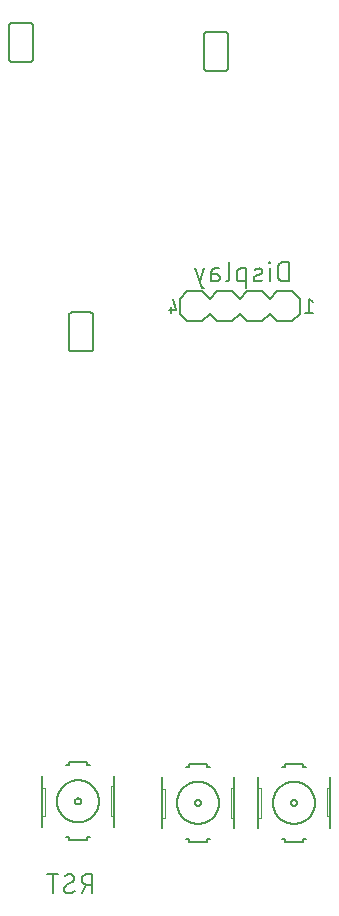
<source format=gbo>
G75*
%MOIN*%
%OFA0B0*%
%FSLAX25Y25*%
%IPPOS*%
%LPD*%
%AMOC8*
5,1,8,0,0,1.08239X$1,22.5*
%
%ADD10C,0.00600*%
%ADD11C,0.00200*%
%ADD12C,0.00500*%
D10*
X0032178Y0054900D02*
X0032178Y0061300D01*
X0033956Y0061300D02*
X0030400Y0061300D01*
X0036650Y0057567D02*
X0038605Y0058633D01*
X0037894Y0061300D02*
X0037793Y0061298D01*
X0037692Y0061292D01*
X0037592Y0061283D01*
X0037492Y0061269D01*
X0037392Y0061252D01*
X0037293Y0061232D01*
X0037196Y0061207D01*
X0037099Y0061179D01*
X0037003Y0061147D01*
X0036908Y0061111D01*
X0036815Y0061072D01*
X0036724Y0061030D01*
X0036634Y0060984D01*
X0036546Y0060934D01*
X0036460Y0060882D01*
X0036376Y0060826D01*
X0036294Y0060767D01*
X0038605Y0058634D02*
X0038669Y0058674D01*
X0038730Y0058717D01*
X0038789Y0058763D01*
X0038846Y0058812D01*
X0038900Y0058864D01*
X0038951Y0058918D01*
X0038999Y0058976D01*
X0039045Y0059035D01*
X0039087Y0059097D01*
X0039126Y0059162D01*
X0039161Y0059228D01*
X0039193Y0059295D01*
X0039222Y0059365D01*
X0039247Y0059435D01*
X0039268Y0059507D01*
X0039285Y0059580D01*
X0039299Y0059654D01*
X0039308Y0059728D01*
X0039314Y0059803D01*
X0039316Y0059878D01*
X0039314Y0059952D01*
X0039308Y0060027D01*
X0039298Y0060100D01*
X0039285Y0060174D01*
X0039268Y0060246D01*
X0039246Y0060317D01*
X0039222Y0060388D01*
X0039193Y0060456D01*
X0039161Y0060524D01*
X0039125Y0060589D01*
X0039087Y0060652D01*
X0039044Y0060714D01*
X0038999Y0060773D01*
X0038951Y0060830D01*
X0038900Y0060884D01*
X0038846Y0060935D01*
X0038789Y0060983D01*
X0038730Y0061028D01*
X0038668Y0061071D01*
X0038605Y0061109D01*
X0038540Y0061145D01*
X0038472Y0061177D01*
X0038404Y0061206D01*
X0038333Y0061230D01*
X0038262Y0061252D01*
X0038190Y0061269D01*
X0038116Y0061282D01*
X0038043Y0061292D01*
X0037968Y0061298D01*
X0037894Y0061300D01*
X0039494Y0055789D02*
X0039417Y0055714D01*
X0039337Y0055641D01*
X0039254Y0055572D01*
X0039169Y0055505D01*
X0039082Y0055442D01*
X0038993Y0055382D01*
X0038901Y0055325D01*
X0038808Y0055271D01*
X0038712Y0055221D01*
X0038615Y0055174D01*
X0038516Y0055131D01*
X0038416Y0055091D01*
X0038315Y0055055D01*
X0038212Y0055023D01*
X0038108Y0054994D01*
X0038003Y0054969D01*
X0037897Y0054948D01*
X0037791Y0054931D01*
X0037684Y0054917D01*
X0037576Y0054908D01*
X0037469Y0054902D01*
X0037361Y0054900D01*
X0037287Y0054902D01*
X0037212Y0054908D01*
X0037139Y0054918D01*
X0037065Y0054931D01*
X0036993Y0054948D01*
X0036922Y0054970D01*
X0036851Y0054994D01*
X0036783Y0055023D01*
X0036715Y0055055D01*
X0036650Y0055091D01*
X0036587Y0055129D01*
X0036525Y0055172D01*
X0036466Y0055217D01*
X0036409Y0055265D01*
X0036355Y0055316D01*
X0036304Y0055370D01*
X0036256Y0055427D01*
X0036211Y0055486D01*
X0036168Y0055548D01*
X0036130Y0055611D01*
X0036094Y0055676D01*
X0036062Y0055744D01*
X0036033Y0055812D01*
X0036009Y0055883D01*
X0035987Y0055954D01*
X0035970Y0056026D01*
X0035957Y0056100D01*
X0035947Y0056173D01*
X0035941Y0056248D01*
X0035939Y0056322D01*
X0035941Y0056397D01*
X0035947Y0056472D01*
X0035956Y0056546D01*
X0035970Y0056620D01*
X0035987Y0056693D01*
X0036008Y0056765D01*
X0036033Y0056835D01*
X0036062Y0056905D01*
X0036094Y0056972D01*
X0036129Y0057038D01*
X0036168Y0057103D01*
X0036210Y0057165D01*
X0036256Y0057224D01*
X0036304Y0057282D01*
X0036355Y0057336D01*
X0036409Y0057388D01*
X0036466Y0057437D01*
X0036525Y0057483D01*
X0036586Y0057526D01*
X0036650Y0057566D01*
X0041851Y0054900D02*
X0043274Y0057744D01*
X0043629Y0057744D02*
X0045407Y0057744D01*
X0043629Y0057744D02*
X0043546Y0057746D01*
X0043463Y0057752D01*
X0043380Y0057762D01*
X0043297Y0057775D01*
X0043216Y0057793D01*
X0043135Y0057814D01*
X0043056Y0057839D01*
X0042978Y0057868D01*
X0042901Y0057900D01*
X0042826Y0057936D01*
X0042752Y0057975D01*
X0042681Y0058018D01*
X0042611Y0058064D01*
X0042544Y0058114D01*
X0042479Y0058166D01*
X0042417Y0058221D01*
X0042357Y0058280D01*
X0042300Y0058341D01*
X0042246Y0058404D01*
X0042195Y0058470D01*
X0042148Y0058539D01*
X0042103Y0058609D01*
X0042062Y0058682D01*
X0042025Y0058756D01*
X0041990Y0058832D01*
X0041960Y0058910D01*
X0041933Y0058988D01*
X0041910Y0059069D01*
X0041890Y0059150D01*
X0041875Y0059232D01*
X0041863Y0059314D01*
X0041855Y0059397D01*
X0041851Y0059480D01*
X0041851Y0059564D01*
X0041855Y0059647D01*
X0041863Y0059730D01*
X0041875Y0059812D01*
X0041890Y0059894D01*
X0041910Y0059975D01*
X0041933Y0060056D01*
X0041960Y0060134D01*
X0041990Y0060212D01*
X0042025Y0060288D01*
X0042062Y0060362D01*
X0042103Y0060435D01*
X0042148Y0060505D01*
X0042195Y0060574D01*
X0042246Y0060640D01*
X0042300Y0060703D01*
X0042357Y0060764D01*
X0042417Y0060823D01*
X0042479Y0060878D01*
X0042544Y0060930D01*
X0042611Y0060980D01*
X0042681Y0061026D01*
X0042752Y0061069D01*
X0042826Y0061108D01*
X0042901Y0061144D01*
X0042978Y0061176D01*
X0043056Y0061205D01*
X0043135Y0061230D01*
X0043216Y0061251D01*
X0043297Y0061269D01*
X0043380Y0061282D01*
X0043463Y0061292D01*
X0043546Y0061298D01*
X0043629Y0061300D01*
X0045407Y0061300D01*
X0045407Y0054900D01*
X0043600Y0072600D02*
X0037600Y0072600D01*
X0037600Y0073600D01*
X0036600Y0073600D01*
X0043600Y0073600D02*
X0044600Y0073600D01*
X0043600Y0073600D02*
X0043600Y0072600D01*
X0052600Y0077100D02*
X0052600Y0080600D01*
X0052600Y0090600D01*
X0052600Y0094100D01*
X0044600Y0097600D02*
X0043600Y0097600D01*
X0043600Y0098600D01*
X0037600Y0098600D01*
X0037600Y0097600D01*
X0036600Y0097600D01*
X0028600Y0094100D02*
X0028600Y0090100D01*
X0028600Y0080600D01*
X0028600Y0077100D01*
X0039600Y0085600D02*
X0039602Y0085663D01*
X0039608Y0085725D01*
X0039618Y0085787D01*
X0039631Y0085849D01*
X0039649Y0085909D01*
X0039670Y0085968D01*
X0039695Y0086026D01*
X0039724Y0086082D01*
X0039756Y0086136D01*
X0039791Y0086188D01*
X0039829Y0086237D01*
X0039871Y0086285D01*
X0039915Y0086329D01*
X0039963Y0086371D01*
X0040012Y0086409D01*
X0040064Y0086444D01*
X0040118Y0086476D01*
X0040174Y0086505D01*
X0040232Y0086530D01*
X0040291Y0086551D01*
X0040351Y0086569D01*
X0040413Y0086582D01*
X0040475Y0086592D01*
X0040537Y0086598D01*
X0040600Y0086600D01*
X0040663Y0086598D01*
X0040725Y0086592D01*
X0040787Y0086582D01*
X0040849Y0086569D01*
X0040909Y0086551D01*
X0040968Y0086530D01*
X0041026Y0086505D01*
X0041082Y0086476D01*
X0041136Y0086444D01*
X0041188Y0086409D01*
X0041237Y0086371D01*
X0041285Y0086329D01*
X0041329Y0086285D01*
X0041371Y0086237D01*
X0041409Y0086188D01*
X0041444Y0086136D01*
X0041476Y0086082D01*
X0041505Y0086026D01*
X0041530Y0085968D01*
X0041551Y0085909D01*
X0041569Y0085849D01*
X0041582Y0085787D01*
X0041592Y0085725D01*
X0041598Y0085663D01*
X0041600Y0085600D01*
X0041598Y0085537D01*
X0041592Y0085475D01*
X0041582Y0085413D01*
X0041569Y0085351D01*
X0041551Y0085291D01*
X0041530Y0085232D01*
X0041505Y0085174D01*
X0041476Y0085118D01*
X0041444Y0085064D01*
X0041409Y0085012D01*
X0041371Y0084963D01*
X0041329Y0084915D01*
X0041285Y0084871D01*
X0041237Y0084829D01*
X0041188Y0084791D01*
X0041136Y0084756D01*
X0041082Y0084724D01*
X0041026Y0084695D01*
X0040968Y0084670D01*
X0040909Y0084649D01*
X0040849Y0084631D01*
X0040787Y0084618D01*
X0040725Y0084608D01*
X0040663Y0084602D01*
X0040600Y0084600D01*
X0040537Y0084602D01*
X0040475Y0084608D01*
X0040413Y0084618D01*
X0040351Y0084631D01*
X0040291Y0084649D01*
X0040232Y0084670D01*
X0040174Y0084695D01*
X0040118Y0084724D01*
X0040064Y0084756D01*
X0040012Y0084791D01*
X0039963Y0084829D01*
X0039915Y0084871D01*
X0039871Y0084915D01*
X0039829Y0084963D01*
X0039791Y0085012D01*
X0039756Y0085064D01*
X0039724Y0085118D01*
X0039695Y0085174D01*
X0039670Y0085232D01*
X0039649Y0085291D01*
X0039631Y0085351D01*
X0039618Y0085413D01*
X0039608Y0085475D01*
X0039602Y0085537D01*
X0039600Y0085600D01*
X0033600Y0085600D02*
X0033602Y0085772D01*
X0033608Y0085943D01*
X0033619Y0086115D01*
X0033634Y0086286D01*
X0033653Y0086457D01*
X0033676Y0086627D01*
X0033703Y0086797D01*
X0033735Y0086966D01*
X0033770Y0087134D01*
X0033810Y0087301D01*
X0033854Y0087467D01*
X0033901Y0087632D01*
X0033953Y0087796D01*
X0034009Y0087958D01*
X0034069Y0088119D01*
X0034133Y0088279D01*
X0034201Y0088437D01*
X0034272Y0088593D01*
X0034347Y0088747D01*
X0034427Y0088900D01*
X0034509Y0089050D01*
X0034596Y0089199D01*
X0034686Y0089345D01*
X0034780Y0089489D01*
X0034877Y0089631D01*
X0034978Y0089770D01*
X0035082Y0089907D01*
X0035189Y0090041D01*
X0035300Y0090172D01*
X0035413Y0090301D01*
X0035530Y0090427D01*
X0035650Y0090550D01*
X0035773Y0090670D01*
X0035899Y0090787D01*
X0036028Y0090900D01*
X0036159Y0091011D01*
X0036293Y0091118D01*
X0036430Y0091222D01*
X0036569Y0091323D01*
X0036711Y0091420D01*
X0036855Y0091514D01*
X0037001Y0091604D01*
X0037150Y0091691D01*
X0037300Y0091773D01*
X0037453Y0091853D01*
X0037607Y0091928D01*
X0037763Y0091999D01*
X0037921Y0092067D01*
X0038081Y0092131D01*
X0038242Y0092191D01*
X0038404Y0092247D01*
X0038568Y0092299D01*
X0038733Y0092346D01*
X0038899Y0092390D01*
X0039066Y0092430D01*
X0039234Y0092465D01*
X0039403Y0092497D01*
X0039573Y0092524D01*
X0039743Y0092547D01*
X0039914Y0092566D01*
X0040085Y0092581D01*
X0040257Y0092592D01*
X0040428Y0092598D01*
X0040600Y0092600D01*
X0040772Y0092598D01*
X0040943Y0092592D01*
X0041115Y0092581D01*
X0041286Y0092566D01*
X0041457Y0092547D01*
X0041627Y0092524D01*
X0041797Y0092497D01*
X0041966Y0092465D01*
X0042134Y0092430D01*
X0042301Y0092390D01*
X0042467Y0092346D01*
X0042632Y0092299D01*
X0042796Y0092247D01*
X0042958Y0092191D01*
X0043119Y0092131D01*
X0043279Y0092067D01*
X0043437Y0091999D01*
X0043593Y0091928D01*
X0043747Y0091853D01*
X0043900Y0091773D01*
X0044050Y0091691D01*
X0044199Y0091604D01*
X0044345Y0091514D01*
X0044489Y0091420D01*
X0044631Y0091323D01*
X0044770Y0091222D01*
X0044907Y0091118D01*
X0045041Y0091011D01*
X0045172Y0090900D01*
X0045301Y0090787D01*
X0045427Y0090670D01*
X0045550Y0090550D01*
X0045670Y0090427D01*
X0045787Y0090301D01*
X0045900Y0090172D01*
X0046011Y0090041D01*
X0046118Y0089907D01*
X0046222Y0089770D01*
X0046323Y0089631D01*
X0046420Y0089489D01*
X0046514Y0089345D01*
X0046604Y0089199D01*
X0046691Y0089050D01*
X0046773Y0088900D01*
X0046853Y0088747D01*
X0046928Y0088593D01*
X0046999Y0088437D01*
X0047067Y0088279D01*
X0047131Y0088119D01*
X0047191Y0087958D01*
X0047247Y0087796D01*
X0047299Y0087632D01*
X0047346Y0087467D01*
X0047390Y0087301D01*
X0047430Y0087134D01*
X0047465Y0086966D01*
X0047497Y0086797D01*
X0047524Y0086627D01*
X0047547Y0086457D01*
X0047566Y0086286D01*
X0047581Y0086115D01*
X0047592Y0085943D01*
X0047598Y0085772D01*
X0047600Y0085600D01*
X0047598Y0085428D01*
X0047592Y0085257D01*
X0047581Y0085085D01*
X0047566Y0084914D01*
X0047547Y0084743D01*
X0047524Y0084573D01*
X0047497Y0084403D01*
X0047465Y0084234D01*
X0047430Y0084066D01*
X0047390Y0083899D01*
X0047346Y0083733D01*
X0047299Y0083568D01*
X0047247Y0083404D01*
X0047191Y0083242D01*
X0047131Y0083081D01*
X0047067Y0082921D01*
X0046999Y0082763D01*
X0046928Y0082607D01*
X0046853Y0082453D01*
X0046773Y0082300D01*
X0046691Y0082150D01*
X0046604Y0082001D01*
X0046514Y0081855D01*
X0046420Y0081711D01*
X0046323Y0081569D01*
X0046222Y0081430D01*
X0046118Y0081293D01*
X0046011Y0081159D01*
X0045900Y0081028D01*
X0045787Y0080899D01*
X0045670Y0080773D01*
X0045550Y0080650D01*
X0045427Y0080530D01*
X0045301Y0080413D01*
X0045172Y0080300D01*
X0045041Y0080189D01*
X0044907Y0080082D01*
X0044770Y0079978D01*
X0044631Y0079877D01*
X0044489Y0079780D01*
X0044345Y0079686D01*
X0044199Y0079596D01*
X0044050Y0079509D01*
X0043900Y0079427D01*
X0043747Y0079347D01*
X0043593Y0079272D01*
X0043437Y0079201D01*
X0043279Y0079133D01*
X0043119Y0079069D01*
X0042958Y0079009D01*
X0042796Y0078953D01*
X0042632Y0078901D01*
X0042467Y0078854D01*
X0042301Y0078810D01*
X0042134Y0078770D01*
X0041966Y0078735D01*
X0041797Y0078703D01*
X0041627Y0078676D01*
X0041457Y0078653D01*
X0041286Y0078634D01*
X0041115Y0078619D01*
X0040943Y0078608D01*
X0040772Y0078602D01*
X0040600Y0078600D01*
X0040428Y0078602D01*
X0040257Y0078608D01*
X0040085Y0078619D01*
X0039914Y0078634D01*
X0039743Y0078653D01*
X0039573Y0078676D01*
X0039403Y0078703D01*
X0039234Y0078735D01*
X0039066Y0078770D01*
X0038899Y0078810D01*
X0038733Y0078854D01*
X0038568Y0078901D01*
X0038404Y0078953D01*
X0038242Y0079009D01*
X0038081Y0079069D01*
X0037921Y0079133D01*
X0037763Y0079201D01*
X0037607Y0079272D01*
X0037453Y0079347D01*
X0037300Y0079427D01*
X0037150Y0079509D01*
X0037001Y0079596D01*
X0036855Y0079686D01*
X0036711Y0079780D01*
X0036569Y0079877D01*
X0036430Y0079978D01*
X0036293Y0080082D01*
X0036159Y0080189D01*
X0036028Y0080300D01*
X0035899Y0080413D01*
X0035773Y0080530D01*
X0035650Y0080650D01*
X0035530Y0080773D01*
X0035413Y0080899D01*
X0035300Y0081028D01*
X0035189Y0081159D01*
X0035082Y0081293D01*
X0034978Y0081430D01*
X0034877Y0081569D01*
X0034780Y0081711D01*
X0034686Y0081855D01*
X0034596Y0082001D01*
X0034509Y0082150D01*
X0034427Y0082300D01*
X0034347Y0082453D01*
X0034272Y0082607D01*
X0034201Y0082763D01*
X0034133Y0082921D01*
X0034069Y0083081D01*
X0034009Y0083242D01*
X0033953Y0083404D01*
X0033901Y0083568D01*
X0033854Y0083733D01*
X0033810Y0083899D01*
X0033770Y0084066D01*
X0033735Y0084234D01*
X0033703Y0084403D01*
X0033676Y0084573D01*
X0033653Y0084743D01*
X0033634Y0084914D01*
X0033619Y0085085D01*
X0033608Y0085257D01*
X0033602Y0085428D01*
X0033600Y0085600D01*
X0068600Y0089600D02*
X0068600Y0080100D01*
X0068600Y0076600D01*
X0076600Y0073100D02*
X0077600Y0073100D01*
X0077600Y0072100D01*
X0083600Y0072100D01*
X0083600Y0073100D01*
X0084600Y0073100D01*
X0092600Y0076600D02*
X0092600Y0080100D01*
X0092600Y0090100D01*
X0092600Y0093600D01*
X0100600Y0093600D02*
X0100600Y0090100D01*
X0100600Y0080100D01*
X0100600Y0076600D01*
X0108600Y0073100D02*
X0109600Y0073100D01*
X0109600Y0072100D01*
X0115600Y0072100D01*
X0115600Y0073100D01*
X0116600Y0073100D01*
X0124600Y0076600D02*
X0124600Y0080600D01*
X0124600Y0090100D01*
X0124600Y0093600D01*
X0116600Y0097100D02*
X0115600Y0097100D01*
X0115600Y0098100D01*
X0109600Y0098100D01*
X0109600Y0097100D01*
X0108600Y0097100D01*
X0111600Y0085100D02*
X0111602Y0085163D01*
X0111608Y0085225D01*
X0111618Y0085287D01*
X0111631Y0085349D01*
X0111649Y0085409D01*
X0111670Y0085468D01*
X0111695Y0085526D01*
X0111724Y0085582D01*
X0111756Y0085636D01*
X0111791Y0085688D01*
X0111829Y0085737D01*
X0111871Y0085785D01*
X0111915Y0085829D01*
X0111963Y0085871D01*
X0112012Y0085909D01*
X0112064Y0085944D01*
X0112118Y0085976D01*
X0112174Y0086005D01*
X0112232Y0086030D01*
X0112291Y0086051D01*
X0112351Y0086069D01*
X0112413Y0086082D01*
X0112475Y0086092D01*
X0112537Y0086098D01*
X0112600Y0086100D01*
X0112663Y0086098D01*
X0112725Y0086092D01*
X0112787Y0086082D01*
X0112849Y0086069D01*
X0112909Y0086051D01*
X0112968Y0086030D01*
X0113026Y0086005D01*
X0113082Y0085976D01*
X0113136Y0085944D01*
X0113188Y0085909D01*
X0113237Y0085871D01*
X0113285Y0085829D01*
X0113329Y0085785D01*
X0113371Y0085737D01*
X0113409Y0085688D01*
X0113444Y0085636D01*
X0113476Y0085582D01*
X0113505Y0085526D01*
X0113530Y0085468D01*
X0113551Y0085409D01*
X0113569Y0085349D01*
X0113582Y0085287D01*
X0113592Y0085225D01*
X0113598Y0085163D01*
X0113600Y0085100D01*
X0113598Y0085037D01*
X0113592Y0084975D01*
X0113582Y0084913D01*
X0113569Y0084851D01*
X0113551Y0084791D01*
X0113530Y0084732D01*
X0113505Y0084674D01*
X0113476Y0084618D01*
X0113444Y0084564D01*
X0113409Y0084512D01*
X0113371Y0084463D01*
X0113329Y0084415D01*
X0113285Y0084371D01*
X0113237Y0084329D01*
X0113188Y0084291D01*
X0113136Y0084256D01*
X0113082Y0084224D01*
X0113026Y0084195D01*
X0112968Y0084170D01*
X0112909Y0084149D01*
X0112849Y0084131D01*
X0112787Y0084118D01*
X0112725Y0084108D01*
X0112663Y0084102D01*
X0112600Y0084100D01*
X0112537Y0084102D01*
X0112475Y0084108D01*
X0112413Y0084118D01*
X0112351Y0084131D01*
X0112291Y0084149D01*
X0112232Y0084170D01*
X0112174Y0084195D01*
X0112118Y0084224D01*
X0112064Y0084256D01*
X0112012Y0084291D01*
X0111963Y0084329D01*
X0111915Y0084371D01*
X0111871Y0084415D01*
X0111829Y0084463D01*
X0111791Y0084512D01*
X0111756Y0084564D01*
X0111724Y0084618D01*
X0111695Y0084674D01*
X0111670Y0084732D01*
X0111649Y0084791D01*
X0111631Y0084851D01*
X0111618Y0084913D01*
X0111608Y0084975D01*
X0111602Y0085037D01*
X0111600Y0085100D01*
X0105600Y0085100D02*
X0105602Y0085272D01*
X0105608Y0085443D01*
X0105619Y0085615D01*
X0105634Y0085786D01*
X0105653Y0085957D01*
X0105676Y0086127D01*
X0105703Y0086297D01*
X0105735Y0086466D01*
X0105770Y0086634D01*
X0105810Y0086801D01*
X0105854Y0086967D01*
X0105901Y0087132D01*
X0105953Y0087296D01*
X0106009Y0087458D01*
X0106069Y0087619D01*
X0106133Y0087779D01*
X0106201Y0087937D01*
X0106272Y0088093D01*
X0106347Y0088247D01*
X0106427Y0088400D01*
X0106509Y0088550D01*
X0106596Y0088699D01*
X0106686Y0088845D01*
X0106780Y0088989D01*
X0106877Y0089131D01*
X0106978Y0089270D01*
X0107082Y0089407D01*
X0107189Y0089541D01*
X0107300Y0089672D01*
X0107413Y0089801D01*
X0107530Y0089927D01*
X0107650Y0090050D01*
X0107773Y0090170D01*
X0107899Y0090287D01*
X0108028Y0090400D01*
X0108159Y0090511D01*
X0108293Y0090618D01*
X0108430Y0090722D01*
X0108569Y0090823D01*
X0108711Y0090920D01*
X0108855Y0091014D01*
X0109001Y0091104D01*
X0109150Y0091191D01*
X0109300Y0091273D01*
X0109453Y0091353D01*
X0109607Y0091428D01*
X0109763Y0091499D01*
X0109921Y0091567D01*
X0110081Y0091631D01*
X0110242Y0091691D01*
X0110404Y0091747D01*
X0110568Y0091799D01*
X0110733Y0091846D01*
X0110899Y0091890D01*
X0111066Y0091930D01*
X0111234Y0091965D01*
X0111403Y0091997D01*
X0111573Y0092024D01*
X0111743Y0092047D01*
X0111914Y0092066D01*
X0112085Y0092081D01*
X0112257Y0092092D01*
X0112428Y0092098D01*
X0112600Y0092100D01*
X0112772Y0092098D01*
X0112943Y0092092D01*
X0113115Y0092081D01*
X0113286Y0092066D01*
X0113457Y0092047D01*
X0113627Y0092024D01*
X0113797Y0091997D01*
X0113966Y0091965D01*
X0114134Y0091930D01*
X0114301Y0091890D01*
X0114467Y0091846D01*
X0114632Y0091799D01*
X0114796Y0091747D01*
X0114958Y0091691D01*
X0115119Y0091631D01*
X0115279Y0091567D01*
X0115437Y0091499D01*
X0115593Y0091428D01*
X0115747Y0091353D01*
X0115900Y0091273D01*
X0116050Y0091191D01*
X0116199Y0091104D01*
X0116345Y0091014D01*
X0116489Y0090920D01*
X0116631Y0090823D01*
X0116770Y0090722D01*
X0116907Y0090618D01*
X0117041Y0090511D01*
X0117172Y0090400D01*
X0117301Y0090287D01*
X0117427Y0090170D01*
X0117550Y0090050D01*
X0117670Y0089927D01*
X0117787Y0089801D01*
X0117900Y0089672D01*
X0118011Y0089541D01*
X0118118Y0089407D01*
X0118222Y0089270D01*
X0118323Y0089131D01*
X0118420Y0088989D01*
X0118514Y0088845D01*
X0118604Y0088699D01*
X0118691Y0088550D01*
X0118773Y0088400D01*
X0118853Y0088247D01*
X0118928Y0088093D01*
X0118999Y0087937D01*
X0119067Y0087779D01*
X0119131Y0087619D01*
X0119191Y0087458D01*
X0119247Y0087296D01*
X0119299Y0087132D01*
X0119346Y0086967D01*
X0119390Y0086801D01*
X0119430Y0086634D01*
X0119465Y0086466D01*
X0119497Y0086297D01*
X0119524Y0086127D01*
X0119547Y0085957D01*
X0119566Y0085786D01*
X0119581Y0085615D01*
X0119592Y0085443D01*
X0119598Y0085272D01*
X0119600Y0085100D01*
X0119598Y0084928D01*
X0119592Y0084757D01*
X0119581Y0084585D01*
X0119566Y0084414D01*
X0119547Y0084243D01*
X0119524Y0084073D01*
X0119497Y0083903D01*
X0119465Y0083734D01*
X0119430Y0083566D01*
X0119390Y0083399D01*
X0119346Y0083233D01*
X0119299Y0083068D01*
X0119247Y0082904D01*
X0119191Y0082742D01*
X0119131Y0082581D01*
X0119067Y0082421D01*
X0118999Y0082263D01*
X0118928Y0082107D01*
X0118853Y0081953D01*
X0118773Y0081800D01*
X0118691Y0081650D01*
X0118604Y0081501D01*
X0118514Y0081355D01*
X0118420Y0081211D01*
X0118323Y0081069D01*
X0118222Y0080930D01*
X0118118Y0080793D01*
X0118011Y0080659D01*
X0117900Y0080528D01*
X0117787Y0080399D01*
X0117670Y0080273D01*
X0117550Y0080150D01*
X0117427Y0080030D01*
X0117301Y0079913D01*
X0117172Y0079800D01*
X0117041Y0079689D01*
X0116907Y0079582D01*
X0116770Y0079478D01*
X0116631Y0079377D01*
X0116489Y0079280D01*
X0116345Y0079186D01*
X0116199Y0079096D01*
X0116050Y0079009D01*
X0115900Y0078927D01*
X0115747Y0078847D01*
X0115593Y0078772D01*
X0115437Y0078701D01*
X0115279Y0078633D01*
X0115119Y0078569D01*
X0114958Y0078509D01*
X0114796Y0078453D01*
X0114632Y0078401D01*
X0114467Y0078354D01*
X0114301Y0078310D01*
X0114134Y0078270D01*
X0113966Y0078235D01*
X0113797Y0078203D01*
X0113627Y0078176D01*
X0113457Y0078153D01*
X0113286Y0078134D01*
X0113115Y0078119D01*
X0112943Y0078108D01*
X0112772Y0078102D01*
X0112600Y0078100D01*
X0112428Y0078102D01*
X0112257Y0078108D01*
X0112085Y0078119D01*
X0111914Y0078134D01*
X0111743Y0078153D01*
X0111573Y0078176D01*
X0111403Y0078203D01*
X0111234Y0078235D01*
X0111066Y0078270D01*
X0110899Y0078310D01*
X0110733Y0078354D01*
X0110568Y0078401D01*
X0110404Y0078453D01*
X0110242Y0078509D01*
X0110081Y0078569D01*
X0109921Y0078633D01*
X0109763Y0078701D01*
X0109607Y0078772D01*
X0109453Y0078847D01*
X0109300Y0078927D01*
X0109150Y0079009D01*
X0109001Y0079096D01*
X0108855Y0079186D01*
X0108711Y0079280D01*
X0108569Y0079377D01*
X0108430Y0079478D01*
X0108293Y0079582D01*
X0108159Y0079689D01*
X0108028Y0079800D01*
X0107899Y0079913D01*
X0107773Y0080030D01*
X0107650Y0080150D01*
X0107530Y0080273D01*
X0107413Y0080399D01*
X0107300Y0080528D01*
X0107189Y0080659D01*
X0107082Y0080793D01*
X0106978Y0080930D01*
X0106877Y0081069D01*
X0106780Y0081211D01*
X0106686Y0081355D01*
X0106596Y0081501D01*
X0106509Y0081650D01*
X0106427Y0081800D01*
X0106347Y0081953D01*
X0106272Y0082107D01*
X0106201Y0082263D01*
X0106133Y0082421D01*
X0106069Y0082581D01*
X0106009Y0082742D01*
X0105953Y0082904D01*
X0105901Y0083068D01*
X0105854Y0083233D01*
X0105810Y0083399D01*
X0105770Y0083566D01*
X0105735Y0083734D01*
X0105703Y0083903D01*
X0105676Y0084073D01*
X0105653Y0084243D01*
X0105634Y0084414D01*
X0105619Y0084585D01*
X0105608Y0084757D01*
X0105602Y0084928D01*
X0105600Y0085100D01*
X0084600Y0097100D02*
X0083600Y0097100D01*
X0083600Y0098100D01*
X0077600Y0098100D01*
X0077600Y0097100D01*
X0076600Y0097100D01*
X0068600Y0093600D02*
X0068600Y0089600D01*
X0079600Y0085100D02*
X0079602Y0085163D01*
X0079608Y0085225D01*
X0079618Y0085287D01*
X0079631Y0085349D01*
X0079649Y0085409D01*
X0079670Y0085468D01*
X0079695Y0085526D01*
X0079724Y0085582D01*
X0079756Y0085636D01*
X0079791Y0085688D01*
X0079829Y0085737D01*
X0079871Y0085785D01*
X0079915Y0085829D01*
X0079963Y0085871D01*
X0080012Y0085909D01*
X0080064Y0085944D01*
X0080118Y0085976D01*
X0080174Y0086005D01*
X0080232Y0086030D01*
X0080291Y0086051D01*
X0080351Y0086069D01*
X0080413Y0086082D01*
X0080475Y0086092D01*
X0080537Y0086098D01*
X0080600Y0086100D01*
X0080663Y0086098D01*
X0080725Y0086092D01*
X0080787Y0086082D01*
X0080849Y0086069D01*
X0080909Y0086051D01*
X0080968Y0086030D01*
X0081026Y0086005D01*
X0081082Y0085976D01*
X0081136Y0085944D01*
X0081188Y0085909D01*
X0081237Y0085871D01*
X0081285Y0085829D01*
X0081329Y0085785D01*
X0081371Y0085737D01*
X0081409Y0085688D01*
X0081444Y0085636D01*
X0081476Y0085582D01*
X0081505Y0085526D01*
X0081530Y0085468D01*
X0081551Y0085409D01*
X0081569Y0085349D01*
X0081582Y0085287D01*
X0081592Y0085225D01*
X0081598Y0085163D01*
X0081600Y0085100D01*
X0081598Y0085037D01*
X0081592Y0084975D01*
X0081582Y0084913D01*
X0081569Y0084851D01*
X0081551Y0084791D01*
X0081530Y0084732D01*
X0081505Y0084674D01*
X0081476Y0084618D01*
X0081444Y0084564D01*
X0081409Y0084512D01*
X0081371Y0084463D01*
X0081329Y0084415D01*
X0081285Y0084371D01*
X0081237Y0084329D01*
X0081188Y0084291D01*
X0081136Y0084256D01*
X0081082Y0084224D01*
X0081026Y0084195D01*
X0080968Y0084170D01*
X0080909Y0084149D01*
X0080849Y0084131D01*
X0080787Y0084118D01*
X0080725Y0084108D01*
X0080663Y0084102D01*
X0080600Y0084100D01*
X0080537Y0084102D01*
X0080475Y0084108D01*
X0080413Y0084118D01*
X0080351Y0084131D01*
X0080291Y0084149D01*
X0080232Y0084170D01*
X0080174Y0084195D01*
X0080118Y0084224D01*
X0080064Y0084256D01*
X0080012Y0084291D01*
X0079963Y0084329D01*
X0079915Y0084371D01*
X0079871Y0084415D01*
X0079829Y0084463D01*
X0079791Y0084512D01*
X0079756Y0084564D01*
X0079724Y0084618D01*
X0079695Y0084674D01*
X0079670Y0084732D01*
X0079649Y0084791D01*
X0079631Y0084851D01*
X0079618Y0084913D01*
X0079608Y0084975D01*
X0079602Y0085037D01*
X0079600Y0085100D01*
X0073600Y0085100D02*
X0073602Y0085272D01*
X0073608Y0085443D01*
X0073619Y0085615D01*
X0073634Y0085786D01*
X0073653Y0085957D01*
X0073676Y0086127D01*
X0073703Y0086297D01*
X0073735Y0086466D01*
X0073770Y0086634D01*
X0073810Y0086801D01*
X0073854Y0086967D01*
X0073901Y0087132D01*
X0073953Y0087296D01*
X0074009Y0087458D01*
X0074069Y0087619D01*
X0074133Y0087779D01*
X0074201Y0087937D01*
X0074272Y0088093D01*
X0074347Y0088247D01*
X0074427Y0088400D01*
X0074509Y0088550D01*
X0074596Y0088699D01*
X0074686Y0088845D01*
X0074780Y0088989D01*
X0074877Y0089131D01*
X0074978Y0089270D01*
X0075082Y0089407D01*
X0075189Y0089541D01*
X0075300Y0089672D01*
X0075413Y0089801D01*
X0075530Y0089927D01*
X0075650Y0090050D01*
X0075773Y0090170D01*
X0075899Y0090287D01*
X0076028Y0090400D01*
X0076159Y0090511D01*
X0076293Y0090618D01*
X0076430Y0090722D01*
X0076569Y0090823D01*
X0076711Y0090920D01*
X0076855Y0091014D01*
X0077001Y0091104D01*
X0077150Y0091191D01*
X0077300Y0091273D01*
X0077453Y0091353D01*
X0077607Y0091428D01*
X0077763Y0091499D01*
X0077921Y0091567D01*
X0078081Y0091631D01*
X0078242Y0091691D01*
X0078404Y0091747D01*
X0078568Y0091799D01*
X0078733Y0091846D01*
X0078899Y0091890D01*
X0079066Y0091930D01*
X0079234Y0091965D01*
X0079403Y0091997D01*
X0079573Y0092024D01*
X0079743Y0092047D01*
X0079914Y0092066D01*
X0080085Y0092081D01*
X0080257Y0092092D01*
X0080428Y0092098D01*
X0080600Y0092100D01*
X0080772Y0092098D01*
X0080943Y0092092D01*
X0081115Y0092081D01*
X0081286Y0092066D01*
X0081457Y0092047D01*
X0081627Y0092024D01*
X0081797Y0091997D01*
X0081966Y0091965D01*
X0082134Y0091930D01*
X0082301Y0091890D01*
X0082467Y0091846D01*
X0082632Y0091799D01*
X0082796Y0091747D01*
X0082958Y0091691D01*
X0083119Y0091631D01*
X0083279Y0091567D01*
X0083437Y0091499D01*
X0083593Y0091428D01*
X0083747Y0091353D01*
X0083900Y0091273D01*
X0084050Y0091191D01*
X0084199Y0091104D01*
X0084345Y0091014D01*
X0084489Y0090920D01*
X0084631Y0090823D01*
X0084770Y0090722D01*
X0084907Y0090618D01*
X0085041Y0090511D01*
X0085172Y0090400D01*
X0085301Y0090287D01*
X0085427Y0090170D01*
X0085550Y0090050D01*
X0085670Y0089927D01*
X0085787Y0089801D01*
X0085900Y0089672D01*
X0086011Y0089541D01*
X0086118Y0089407D01*
X0086222Y0089270D01*
X0086323Y0089131D01*
X0086420Y0088989D01*
X0086514Y0088845D01*
X0086604Y0088699D01*
X0086691Y0088550D01*
X0086773Y0088400D01*
X0086853Y0088247D01*
X0086928Y0088093D01*
X0086999Y0087937D01*
X0087067Y0087779D01*
X0087131Y0087619D01*
X0087191Y0087458D01*
X0087247Y0087296D01*
X0087299Y0087132D01*
X0087346Y0086967D01*
X0087390Y0086801D01*
X0087430Y0086634D01*
X0087465Y0086466D01*
X0087497Y0086297D01*
X0087524Y0086127D01*
X0087547Y0085957D01*
X0087566Y0085786D01*
X0087581Y0085615D01*
X0087592Y0085443D01*
X0087598Y0085272D01*
X0087600Y0085100D01*
X0087598Y0084928D01*
X0087592Y0084757D01*
X0087581Y0084585D01*
X0087566Y0084414D01*
X0087547Y0084243D01*
X0087524Y0084073D01*
X0087497Y0083903D01*
X0087465Y0083734D01*
X0087430Y0083566D01*
X0087390Y0083399D01*
X0087346Y0083233D01*
X0087299Y0083068D01*
X0087247Y0082904D01*
X0087191Y0082742D01*
X0087131Y0082581D01*
X0087067Y0082421D01*
X0086999Y0082263D01*
X0086928Y0082107D01*
X0086853Y0081953D01*
X0086773Y0081800D01*
X0086691Y0081650D01*
X0086604Y0081501D01*
X0086514Y0081355D01*
X0086420Y0081211D01*
X0086323Y0081069D01*
X0086222Y0080930D01*
X0086118Y0080793D01*
X0086011Y0080659D01*
X0085900Y0080528D01*
X0085787Y0080399D01*
X0085670Y0080273D01*
X0085550Y0080150D01*
X0085427Y0080030D01*
X0085301Y0079913D01*
X0085172Y0079800D01*
X0085041Y0079689D01*
X0084907Y0079582D01*
X0084770Y0079478D01*
X0084631Y0079377D01*
X0084489Y0079280D01*
X0084345Y0079186D01*
X0084199Y0079096D01*
X0084050Y0079009D01*
X0083900Y0078927D01*
X0083747Y0078847D01*
X0083593Y0078772D01*
X0083437Y0078701D01*
X0083279Y0078633D01*
X0083119Y0078569D01*
X0082958Y0078509D01*
X0082796Y0078453D01*
X0082632Y0078401D01*
X0082467Y0078354D01*
X0082301Y0078310D01*
X0082134Y0078270D01*
X0081966Y0078235D01*
X0081797Y0078203D01*
X0081627Y0078176D01*
X0081457Y0078153D01*
X0081286Y0078134D01*
X0081115Y0078119D01*
X0080943Y0078108D01*
X0080772Y0078102D01*
X0080600Y0078100D01*
X0080428Y0078102D01*
X0080257Y0078108D01*
X0080085Y0078119D01*
X0079914Y0078134D01*
X0079743Y0078153D01*
X0079573Y0078176D01*
X0079403Y0078203D01*
X0079234Y0078235D01*
X0079066Y0078270D01*
X0078899Y0078310D01*
X0078733Y0078354D01*
X0078568Y0078401D01*
X0078404Y0078453D01*
X0078242Y0078509D01*
X0078081Y0078569D01*
X0077921Y0078633D01*
X0077763Y0078701D01*
X0077607Y0078772D01*
X0077453Y0078847D01*
X0077300Y0078927D01*
X0077150Y0079009D01*
X0077001Y0079096D01*
X0076855Y0079186D01*
X0076711Y0079280D01*
X0076569Y0079377D01*
X0076430Y0079478D01*
X0076293Y0079582D01*
X0076159Y0079689D01*
X0076028Y0079800D01*
X0075899Y0079913D01*
X0075773Y0080030D01*
X0075650Y0080150D01*
X0075530Y0080273D01*
X0075413Y0080399D01*
X0075300Y0080528D01*
X0075189Y0080659D01*
X0075082Y0080793D01*
X0074978Y0080930D01*
X0074877Y0081069D01*
X0074780Y0081211D01*
X0074686Y0081355D01*
X0074596Y0081501D01*
X0074509Y0081650D01*
X0074427Y0081800D01*
X0074347Y0081953D01*
X0074272Y0082107D01*
X0074201Y0082263D01*
X0074133Y0082421D01*
X0074069Y0082581D01*
X0074009Y0082742D01*
X0073953Y0082904D01*
X0073901Y0083068D01*
X0073854Y0083233D01*
X0073810Y0083399D01*
X0073770Y0083566D01*
X0073735Y0083734D01*
X0073703Y0083903D01*
X0073676Y0084073D01*
X0073653Y0084243D01*
X0073634Y0084414D01*
X0073619Y0084585D01*
X0073608Y0084757D01*
X0073602Y0084928D01*
X0073600Y0085100D01*
X0044600Y0235600D02*
X0038600Y0235600D01*
X0038540Y0235602D01*
X0038479Y0235607D01*
X0038420Y0235616D01*
X0038361Y0235629D01*
X0038302Y0235645D01*
X0038245Y0235665D01*
X0038190Y0235688D01*
X0038135Y0235715D01*
X0038083Y0235744D01*
X0038032Y0235777D01*
X0037983Y0235813D01*
X0037937Y0235851D01*
X0037893Y0235893D01*
X0037851Y0235937D01*
X0037813Y0235983D01*
X0037777Y0236032D01*
X0037744Y0236083D01*
X0037715Y0236135D01*
X0037688Y0236190D01*
X0037665Y0236245D01*
X0037645Y0236302D01*
X0037629Y0236361D01*
X0037616Y0236420D01*
X0037607Y0236479D01*
X0037602Y0236540D01*
X0037600Y0236600D01*
X0037600Y0247600D01*
X0037602Y0247660D01*
X0037607Y0247721D01*
X0037616Y0247780D01*
X0037629Y0247839D01*
X0037645Y0247898D01*
X0037665Y0247955D01*
X0037688Y0248010D01*
X0037715Y0248065D01*
X0037744Y0248117D01*
X0037777Y0248168D01*
X0037813Y0248217D01*
X0037851Y0248263D01*
X0037893Y0248307D01*
X0037937Y0248349D01*
X0037983Y0248387D01*
X0038032Y0248423D01*
X0038083Y0248456D01*
X0038135Y0248485D01*
X0038190Y0248512D01*
X0038245Y0248535D01*
X0038302Y0248555D01*
X0038361Y0248571D01*
X0038420Y0248584D01*
X0038479Y0248593D01*
X0038540Y0248598D01*
X0038600Y0248600D01*
X0044600Y0248600D01*
X0044660Y0248598D01*
X0044721Y0248593D01*
X0044780Y0248584D01*
X0044839Y0248571D01*
X0044898Y0248555D01*
X0044955Y0248535D01*
X0045010Y0248512D01*
X0045065Y0248485D01*
X0045117Y0248456D01*
X0045168Y0248423D01*
X0045217Y0248387D01*
X0045263Y0248349D01*
X0045307Y0248307D01*
X0045349Y0248263D01*
X0045387Y0248217D01*
X0045423Y0248168D01*
X0045456Y0248117D01*
X0045485Y0248065D01*
X0045512Y0248010D01*
X0045535Y0247955D01*
X0045555Y0247898D01*
X0045571Y0247839D01*
X0045584Y0247780D01*
X0045593Y0247721D01*
X0045598Y0247660D01*
X0045600Y0247600D01*
X0045600Y0236600D01*
X0045598Y0236540D01*
X0045593Y0236479D01*
X0045584Y0236420D01*
X0045571Y0236361D01*
X0045555Y0236302D01*
X0045535Y0236245D01*
X0045512Y0236190D01*
X0045485Y0236135D01*
X0045456Y0236083D01*
X0045423Y0236032D01*
X0045387Y0235983D01*
X0045349Y0235937D01*
X0045307Y0235893D01*
X0045263Y0235851D01*
X0045217Y0235813D01*
X0045168Y0235777D01*
X0045117Y0235744D01*
X0045065Y0235715D01*
X0045010Y0235688D01*
X0044955Y0235665D01*
X0044898Y0235645D01*
X0044839Y0235629D01*
X0044780Y0235616D01*
X0044721Y0235607D01*
X0044660Y0235602D01*
X0044600Y0235600D01*
X0074600Y0248100D02*
X0077100Y0245600D01*
X0082100Y0245600D01*
X0084600Y0248100D01*
X0087100Y0245600D01*
X0092100Y0245600D01*
X0094600Y0248100D01*
X0097100Y0245600D01*
X0102100Y0245600D01*
X0104600Y0248100D01*
X0107100Y0245600D01*
X0112100Y0245600D01*
X0114600Y0248100D01*
X0114600Y0253100D01*
X0112100Y0255600D01*
X0107100Y0255600D01*
X0104600Y0253100D01*
X0102100Y0255600D01*
X0097100Y0255600D01*
X0094600Y0253100D01*
X0092100Y0255600D01*
X0087100Y0255600D01*
X0084600Y0253100D01*
X0082100Y0255600D01*
X0077100Y0255600D01*
X0074600Y0253100D01*
X0074600Y0248100D01*
X0081835Y0256767D02*
X0079702Y0263167D01*
X0082546Y0263167D02*
X0081124Y0258900D01*
X0081835Y0256767D02*
X0082546Y0256767D01*
X0085064Y0258900D02*
X0085064Y0262100D01*
X0085064Y0261389D02*
X0086664Y0261389D01*
X0085064Y0262100D02*
X0085066Y0262164D01*
X0085072Y0262229D01*
X0085081Y0262292D01*
X0085095Y0262355D01*
X0085112Y0262417D01*
X0085133Y0262478D01*
X0085158Y0262538D01*
X0085186Y0262596D01*
X0085218Y0262652D01*
X0085253Y0262706D01*
X0085291Y0262758D01*
X0085332Y0262808D01*
X0085377Y0262854D01*
X0085423Y0262899D01*
X0085473Y0262940D01*
X0085525Y0262978D01*
X0085579Y0263013D01*
X0085635Y0263045D01*
X0085693Y0263073D01*
X0085753Y0263098D01*
X0085814Y0263119D01*
X0085876Y0263136D01*
X0085939Y0263150D01*
X0086002Y0263159D01*
X0086067Y0263165D01*
X0086131Y0263167D01*
X0087553Y0263167D01*
X0086664Y0261388D02*
X0086734Y0261386D01*
X0086803Y0261380D01*
X0086872Y0261370D01*
X0086941Y0261357D01*
X0087008Y0261339D01*
X0087075Y0261318D01*
X0087140Y0261293D01*
X0087204Y0261265D01*
X0087266Y0261233D01*
X0087326Y0261197D01*
X0087384Y0261159D01*
X0087440Y0261117D01*
X0087493Y0261072D01*
X0087544Y0261024D01*
X0087592Y0260973D01*
X0087637Y0260920D01*
X0087679Y0260864D01*
X0087717Y0260806D01*
X0087753Y0260746D01*
X0087785Y0260684D01*
X0087813Y0260620D01*
X0087838Y0260555D01*
X0087859Y0260488D01*
X0087877Y0260421D01*
X0087890Y0260352D01*
X0087900Y0260283D01*
X0087906Y0260214D01*
X0087908Y0260144D01*
X0087906Y0260074D01*
X0087900Y0260005D01*
X0087890Y0259936D01*
X0087877Y0259867D01*
X0087859Y0259800D01*
X0087838Y0259733D01*
X0087813Y0259668D01*
X0087785Y0259604D01*
X0087753Y0259542D01*
X0087717Y0259482D01*
X0087679Y0259424D01*
X0087637Y0259368D01*
X0087592Y0259315D01*
X0087544Y0259264D01*
X0087493Y0259216D01*
X0087440Y0259171D01*
X0087384Y0259129D01*
X0087326Y0259091D01*
X0087266Y0259055D01*
X0087204Y0259023D01*
X0087140Y0258995D01*
X0087075Y0258970D01*
X0087008Y0258949D01*
X0086941Y0258931D01*
X0086872Y0258918D01*
X0086803Y0258908D01*
X0086734Y0258902D01*
X0086664Y0258900D01*
X0085064Y0258900D01*
X0090002Y0258900D02*
X0090066Y0258902D01*
X0090131Y0258908D01*
X0090194Y0258917D01*
X0090257Y0258931D01*
X0090319Y0258948D01*
X0090380Y0258969D01*
X0090440Y0258994D01*
X0090498Y0259022D01*
X0090554Y0259054D01*
X0090608Y0259089D01*
X0090660Y0259127D01*
X0090710Y0259168D01*
X0090756Y0259213D01*
X0090801Y0259259D01*
X0090842Y0259309D01*
X0090880Y0259361D01*
X0090915Y0259415D01*
X0090947Y0259471D01*
X0090975Y0259529D01*
X0091000Y0259589D01*
X0091021Y0259650D01*
X0091038Y0259712D01*
X0091052Y0259775D01*
X0091061Y0259838D01*
X0091067Y0259903D01*
X0091069Y0259967D01*
X0091069Y0265300D01*
X0093622Y0262100D02*
X0093622Y0259967D01*
X0093624Y0259903D01*
X0093630Y0259838D01*
X0093639Y0259775D01*
X0093653Y0259712D01*
X0093670Y0259650D01*
X0093691Y0259589D01*
X0093716Y0259529D01*
X0093744Y0259471D01*
X0093776Y0259415D01*
X0093811Y0259361D01*
X0093849Y0259309D01*
X0093890Y0259259D01*
X0093935Y0259213D01*
X0093981Y0259168D01*
X0094031Y0259127D01*
X0094083Y0259089D01*
X0094137Y0259054D01*
X0094193Y0259022D01*
X0094251Y0258994D01*
X0094311Y0258969D01*
X0094372Y0258948D01*
X0094434Y0258931D01*
X0094497Y0258917D01*
X0094560Y0258908D01*
X0094625Y0258902D01*
X0094689Y0258900D01*
X0096466Y0258900D01*
X0096466Y0256767D02*
X0096466Y0263167D01*
X0094689Y0263167D01*
X0094625Y0263165D01*
X0094560Y0263159D01*
X0094497Y0263150D01*
X0094434Y0263136D01*
X0094372Y0263119D01*
X0094311Y0263098D01*
X0094251Y0263073D01*
X0094193Y0263045D01*
X0094137Y0263013D01*
X0094083Y0262978D01*
X0094031Y0262940D01*
X0093981Y0262899D01*
X0093935Y0262854D01*
X0093890Y0262808D01*
X0093849Y0262758D01*
X0093811Y0262706D01*
X0093776Y0262652D01*
X0093744Y0262596D01*
X0093716Y0262538D01*
X0093691Y0262478D01*
X0093670Y0262417D01*
X0093653Y0262355D01*
X0093639Y0262292D01*
X0093630Y0262229D01*
X0093624Y0262164D01*
X0093622Y0262100D01*
X0099723Y0260678D02*
X0101501Y0261389D01*
X0101500Y0261389D02*
X0101555Y0261413D01*
X0101608Y0261440D01*
X0101659Y0261471D01*
X0101708Y0261505D01*
X0101754Y0261542D01*
X0101798Y0261582D01*
X0101840Y0261624D01*
X0101878Y0261670D01*
X0101914Y0261717D01*
X0101946Y0261767D01*
X0101976Y0261819D01*
X0102001Y0261873D01*
X0102024Y0261928D01*
X0102042Y0261984D01*
X0102057Y0262042D01*
X0102069Y0262100D01*
X0102076Y0262159D01*
X0102080Y0262219D01*
X0102079Y0262278D01*
X0102075Y0262338D01*
X0102067Y0262397D01*
X0102056Y0262455D01*
X0102040Y0262512D01*
X0102021Y0262569D01*
X0101999Y0262624D01*
X0101972Y0262677D01*
X0101943Y0262729D01*
X0101910Y0262778D01*
X0101874Y0262826D01*
X0101835Y0262871D01*
X0101793Y0262913D01*
X0101749Y0262953D01*
X0101702Y0262989D01*
X0101653Y0263023D01*
X0101602Y0263053D01*
X0101549Y0263080D01*
X0101494Y0263104D01*
X0101438Y0263123D01*
X0101381Y0263140D01*
X0101322Y0263152D01*
X0101264Y0263161D01*
X0101204Y0263166D01*
X0101145Y0263167D01*
X0102034Y0259255D02*
X0101889Y0259205D01*
X0101742Y0259159D01*
X0101595Y0259116D01*
X0101446Y0259077D01*
X0101296Y0259042D01*
X0101146Y0259010D01*
X0100995Y0258983D01*
X0100843Y0258959D01*
X0100691Y0258940D01*
X0100538Y0258924D01*
X0100385Y0258912D01*
X0100232Y0258904D01*
X0100078Y0258900D01*
X0100019Y0258901D01*
X0099959Y0258906D01*
X0099901Y0258915D01*
X0099842Y0258927D01*
X0099785Y0258944D01*
X0099729Y0258963D01*
X0099674Y0258987D01*
X0099621Y0259014D01*
X0099570Y0259044D01*
X0099521Y0259078D01*
X0099474Y0259114D01*
X0099430Y0259154D01*
X0099388Y0259196D01*
X0099349Y0259241D01*
X0099313Y0259289D01*
X0099280Y0259338D01*
X0099251Y0259390D01*
X0099224Y0259443D01*
X0099202Y0259498D01*
X0099183Y0259555D01*
X0099167Y0259612D01*
X0099156Y0259670D01*
X0099148Y0259729D01*
X0099144Y0259789D01*
X0099143Y0259848D01*
X0099147Y0259908D01*
X0099154Y0259967D01*
X0099166Y0260025D01*
X0099181Y0260083D01*
X0099199Y0260139D01*
X0099222Y0260194D01*
X0099247Y0260248D01*
X0099277Y0260300D01*
X0099309Y0260350D01*
X0099345Y0260397D01*
X0099383Y0260443D01*
X0099425Y0260485D01*
X0099469Y0260525D01*
X0099515Y0260562D01*
X0099564Y0260596D01*
X0099615Y0260627D01*
X0099668Y0260654D01*
X0099723Y0260678D01*
X0099545Y0262811D02*
X0099653Y0262858D01*
X0099763Y0262901D01*
X0099874Y0262942D01*
X0099986Y0262979D01*
X0100098Y0263013D01*
X0100212Y0263044D01*
X0100327Y0263071D01*
X0100443Y0263095D01*
X0100559Y0263115D01*
X0100675Y0263132D01*
X0100792Y0263146D01*
X0100910Y0263156D01*
X0101027Y0263163D01*
X0101145Y0263167D01*
X0104509Y0263167D02*
X0104509Y0258900D01*
X0107244Y0260678D02*
X0107244Y0263522D01*
X0107246Y0263604D01*
X0107252Y0263686D01*
X0107261Y0263768D01*
X0107274Y0263849D01*
X0107291Y0263929D01*
X0107312Y0264009D01*
X0107336Y0264087D01*
X0107364Y0264164D01*
X0107395Y0264240D01*
X0107430Y0264315D01*
X0107469Y0264387D01*
X0107510Y0264458D01*
X0107555Y0264527D01*
X0107603Y0264593D01*
X0107654Y0264658D01*
X0107708Y0264720D01*
X0107765Y0264779D01*
X0107824Y0264836D01*
X0107886Y0264890D01*
X0107951Y0264941D01*
X0108017Y0264989D01*
X0108086Y0265034D01*
X0108157Y0265075D01*
X0108229Y0265114D01*
X0108304Y0265149D01*
X0108380Y0265180D01*
X0108457Y0265208D01*
X0108535Y0265232D01*
X0108615Y0265253D01*
X0108695Y0265270D01*
X0108776Y0265283D01*
X0108858Y0265292D01*
X0108940Y0265298D01*
X0109022Y0265300D01*
X0110800Y0265300D01*
X0110800Y0258900D01*
X0109022Y0258900D01*
X0108940Y0258902D01*
X0108858Y0258908D01*
X0108776Y0258917D01*
X0108695Y0258930D01*
X0108615Y0258947D01*
X0108535Y0258968D01*
X0108457Y0258992D01*
X0108380Y0259020D01*
X0108304Y0259051D01*
X0108229Y0259086D01*
X0108157Y0259125D01*
X0108086Y0259166D01*
X0108017Y0259211D01*
X0107951Y0259259D01*
X0107886Y0259310D01*
X0107824Y0259364D01*
X0107765Y0259421D01*
X0107708Y0259480D01*
X0107654Y0259542D01*
X0107603Y0259607D01*
X0107555Y0259673D01*
X0107510Y0259742D01*
X0107469Y0259813D01*
X0107430Y0259885D01*
X0107395Y0259960D01*
X0107364Y0260036D01*
X0107336Y0260113D01*
X0107312Y0260191D01*
X0107291Y0260271D01*
X0107274Y0260351D01*
X0107261Y0260432D01*
X0107252Y0260514D01*
X0107246Y0260596D01*
X0107244Y0260678D01*
X0104687Y0264944D02*
X0104331Y0264944D01*
X0104331Y0265300D01*
X0104687Y0265300D01*
X0104687Y0264944D01*
X0089600Y0329100D02*
X0083600Y0329100D01*
X0083540Y0329102D01*
X0083479Y0329107D01*
X0083420Y0329116D01*
X0083361Y0329129D01*
X0083302Y0329145D01*
X0083245Y0329165D01*
X0083190Y0329188D01*
X0083135Y0329215D01*
X0083083Y0329244D01*
X0083032Y0329277D01*
X0082983Y0329313D01*
X0082937Y0329351D01*
X0082893Y0329393D01*
X0082851Y0329437D01*
X0082813Y0329483D01*
X0082777Y0329532D01*
X0082744Y0329583D01*
X0082715Y0329635D01*
X0082688Y0329690D01*
X0082665Y0329745D01*
X0082645Y0329802D01*
X0082629Y0329861D01*
X0082616Y0329920D01*
X0082607Y0329979D01*
X0082602Y0330040D01*
X0082600Y0330100D01*
X0082600Y0341100D01*
X0082602Y0341160D01*
X0082607Y0341221D01*
X0082616Y0341280D01*
X0082629Y0341339D01*
X0082645Y0341398D01*
X0082665Y0341455D01*
X0082688Y0341510D01*
X0082715Y0341565D01*
X0082744Y0341617D01*
X0082777Y0341668D01*
X0082813Y0341717D01*
X0082851Y0341763D01*
X0082893Y0341807D01*
X0082937Y0341849D01*
X0082983Y0341887D01*
X0083032Y0341923D01*
X0083083Y0341956D01*
X0083135Y0341985D01*
X0083190Y0342012D01*
X0083245Y0342035D01*
X0083302Y0342055D01*
X0083361Y0342071D01*
X0083420Y0342084D01*
X0083479Y0342093D01*
X0083540Y0342098D01*
X0083600Y0342100D01*
X0089600Y0342100D01*
X0089660Y0342098D01*
X0089721Y0342093D01*
X0089780Y0342084D01*
X0089839Y0342071D01*
X0089898Y0342055D01*
X0089955Y0342035D01*
X0090010Y0342012D01*
X0090065Y0341985D01*
X0090117Y0341956D01*
X0090168Y0341923D01*
X0090217Y0341887D01*
X0090263Y0341849D01*
X0090307Y0341807D01*
X0090349Y0341763D01*
X0090387Y0341717D01*
X0090423Y0341668D01*
X0090456Y0341617D01*
X0090485Y0341565D01*
X0090512Y0341510D01*
X0090535Y0341455D01*
X0090555Y0341398D01*
X0090571Y0341339D01*
X0090584Y0341280D01*
X0090593Y0341221D01*
X0090598Y0341160D01*
X0090600Y0341100D01*
X0090600Y0330100D01*
X0090598Y0330040D01*
X0090593Y0329979D01*
X0090584Y0329920D01*
X0090571Y0329861D01*
X0090555Y0329802D01*
X0090535Y0329745D01*
X0090512Y0329690D01*
X0090485Y0329635D01*
X0090456Y0329583D01*
X0090423Y0329532D01*
X0090387Y0329483D01*
X0090349Y0329437D01*
X0090307Y0329393D01*
X0090263Y0329351D01*
X0090217Y0329313D01*
X0090168Y0329277D01*
X0090117Y0329244D01*
X0090065Y0329215D01*
X0090010Y0329188D01*
X0089955Y0329165D01*
X0089898Y0329145D01*
X0089839Y0329129D01*
X0089780Y0329116D01*
X0089721Y0329107D01*
X0089660Y0329102D01*
X0089600Y0329100D01*
X0025600Y0333100D02*
X0025600Y0344100D01*
X0025598Y0344160D01*
X0025593Y0344221D01*
X0025584Y0344280D01*
X0025571Y0344339D01*
X0025555Y0344398D01*
X0025535Y0344455D01*
X0025512Y0344510D01*
X0025485Y0344565D01*
X0025456Y0344617D01*
X0025423Y0344668D01*
X0025387Y0344717D01*
X0025349Y0344763D01*
X0025307Y0344807D01*
X0025263Y0344849D01*
X0025217Y0344887D01*
X0025168Y0344923D01*
X0025117Y0344956D01*
X0025065Y0344985D01*
X0025010Y0345012D01*
X0024955Y0345035D01*
X0024898Y0345055D01*
X0024839Y0345071D01*
X0024780Y0345084D01*
X0024721Y0345093D01*
X0024660Y0345098D01*
X0024600Y0345100D01*
X0018600Y0345100D01*
X0018540Y0345098D01*
X0018479Y0345093D01*
X0018420Y0345084D01*
X0018361Y0345071D01*
X0018302Y0345055D01*
X0018245Y0345035D01*
X0018190Y0345012D01*
X0018135Y0344985D01*
X0018083Y0344956D01*
X0018032Y0344923D01*
X0017983Y0344887D01*
X0017937Y0344849D01*
X0017893Y0344807D01*
X0017851Y0344763D01*
X0017813Y0344717D01*
X0017777Y0344668D01*
X0017744Y0344617D01*
X0017715Y0344565D01*
X0017688Y0344510D01*
X0017665Y0344455D01*
X0017645Y0344398D01*
X0017629Y0344339D01*
X0017616Y0344280D01*
X0017607Y0344221D01*
X0017602Y0344160D01*
X0017600Y0344100D01*
X0017600Y0333100D01*
X0017602Y0333040D01*
X0017607Y0332979D01*
X0017616Y0332920D01*
X0017629Y0332861D01*
X0017645Y0332802D01*
X0017665Y0332745D01*
X0017688Y0332690D01*
X0017715Y0332635D01*
X0017744Y0332583D01*
X0017777Y0332532D01*
X0017813Y0332483D01*
X0017851Y0332437D01*
X0017893Y0332393D01*
X0017937Y0332351D01*
X0017983Y0332313D01*
X0018032Y0332277D01*
X0018083Y0332244D01*
X0018135Y0332215D01*
X0018190Y0332188D01*
X0018245Y0332165D01*
X0018302Y0332145D01*
X0018361Y0332129D01*
X0018420Y0332116D01*
X0018479Y0332107D01*
X0018540Y0332102D01*
X0018600Y0332100D01*
X0024600Y0332100D01*
X0024660Y0332102D01*
X0024721Y0332107D01*
X0024780Y0332116D01*
X0024839Y0332129D01*
X0024898Y0332145D01*
X0024955Y0332165D01*
X0025010Y0332188D01*
X0025065Y0332215D01*
X0025117Y0332244D01*
X0025168Y0332277D01*
X0025217Y0332313D01*
X0025263Y0332351D01*
X0025307Y0332393D01*
X0025349Y0332437D01*
X0025387Y0332483D01*
X0025423Y0332532D01*
X0025456Y0332583D01*
X0025485Y0332635D01*
X0025512Y0332690D01*
X0025535Y0332745D01*
X0025555Y0332802D01*
X0025571Y0332861D01*
X0025584Y0332920D01*
X0025593Y0332979D01*
X0025598Y0333040D01*
X0025600Y0333100D01*
D11*
X0028600Y0090100D02*
X0029600Y0090100D01*
X0029600Y0080600D01*
X0028600Y0080600D01*
X0051600Y0080600D02*
X0051600Y0090600D01*
X0052600Y0090600D01*
X0052600Y0080600D02*
X0051600Y0080600D01*
X0068600Y0080100D02*
X0069600Y0080100D01*
X0069600Y0089600D01*
X0068600Y0089600D01*
X0091600Y0090100D02*
X0091600Y0080100D01*
X0092600Y0080100D01*
X0100600Y0080100D02*
X0101600Y0080100D01*
X0101600Y0090100D01*
X0100600Y0090100D01*
X0092600Y0090100D02*
X0091600Y0090100D01*
X0123600Y0090100D02*
X0123600Y0080600D01*
X0124600Y0080600D01*
X0124600Y0090100D02*
X0123600Y0090100D01*
D12*
X0118850Y0248350D02*
X0116350Y0248350D01*
X0117600Y0248350D02*
X0117600Y0252850D01*
X0118850Y0251850D01*
X0073350Y0249350D02*
X0070850Y0249350D01*
X0071600Y0250350D02*
X0071600Y0248350D01*
X0073350Y0249350D02*
X0072350Y0252850D01*
M02*

</source>
